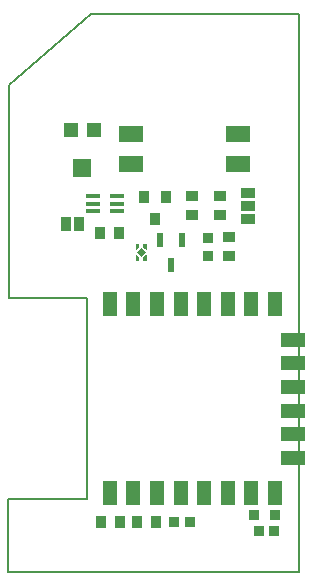
<source format=gbr>
G04 PROTEUS GERBER X2 FILE*
%TF.GenerationSoftware,Labcenter,Proteus,8.16-SP3-Build36097*%
%TF.CreationDate,2024-09-26T16:34:03+00:00*%
%TF.FileFunction,Paste,Top*%
%TF.FilePolarity,Positive*%
%TF.Part,Single*%
%TF.SameCoordinates,{f118cff8-fadb-4bc5-a17f-1c91f2e22e42}*%
%FSLAX45Y45*%
%MOMM*%
G01*
%TA.AperFunction,Material*%
%ADD121R,1.200000X2.000000*%
%ADD122R,2.000000X1.200000*%
%TA.AperFunction,Material*%
%ADD123R,2.100000X1.450000*%
%TA.AperFunction,Material*%
%ADD124R,0.889000X1.016000*%
%TA.AperFunction,Material*%
%ADD125R,0.990600X0.939800*%
%ADD126R,0.939800X0.990600*%
%ADD127R,0.810000X0.940000*%
%ADD128R,0.889000X0.889000*%
%TA.AperFunction,Material*%
%ADD129R,0.600000X1.250000*%
%TA.AperFunction,Material*%
%ADD130R,0.050000X0.050000*%
%TA.AperFunction,Material*%
%ADD131R,1.200000X1.200000*%
%ADD132R,1.600000X1.500000*%
%TA.AperFunction,Material*%
%ADD133R,0.950000X0.950000*%
%TA.AperFunction,Material*%
%ADD134R,1.150000X0.450000*%
%TA.AperFunction,Material*%
%ADD135R,0.900000X1.300000*%
%ADD136R,1.300000X0.900000*%
%ADD97C,0.025400*%
%TA.AperFunction,Profile*%
%ADD41C,0.177800*%
%TD.AperFunction*%
%TA.AperFunction,Material*%
G36*
X+492000Y+3260000D02*
X+471000Y+3260000D01*
X+471000Y+3282000D01*
X+489000Y+3300000D01*
X+492000Y+3300000D01*
X+492000Y+3260000D01*
G37*
%TD.AperFunction*%
%TA.AperFunction,Material*%
G36*
X+406000Y+3260000D02*
X+427000Y+3260000D01*
X+427000Y+3282000D01*
X+409000Y+3300000D01*
X+406000Y+3300000D01*
X+406000Y+3260000D01*
G37*
%TD.AperFunction*%
%TA.AperFunction,Material*%
G36*
X+492000Y+3390000D02*
X+471000Y+3390000D01*
X+471000Y+3368000D01*
X+489000Y+3350000D01*
X+492000Y+3350000D01*
X+492000Y+3390000D01*
G37*
%TD.AperFunction*%
%TA.AperFunction,Material*%
G36*
X+406000Y+3390000D02*
X+427000Y+3390000D01*
X+427000Y+3368000D01*
X+409000Y+3350000D01*
X+406000Y+3350000D01*
X+406000Y+3390000D01*
G37*
%TD.AperFunction*%
%TA.AperFunction,Material*%
G36*
X+417000Y+3325000D02*
X+449000Y+3357000D01*
X+481000Y+3325000D01*
X+449000Y+3293000D01*
X+417000Y+3325000D01*
G37*
%TD.AperFunction*%
D121*
X+185327Y+1282060D03*
X+385327Y+1282060D03*
X+585327Y+1282060D03*
X+785327Y+1282060D03*
X+985327Y+1282060D03*
X+1185327Y+1282060D03*
X+1385327Y+1282060D03*
X+1585327Y+1282060D03*
D122*
X+1733327Y+1582060D03*
X+1733327Y+1782060D03*
X+1733327Y+1982060D03*
X+1733327Y+2182060D03*
X+1733327Y+2382060D03*
X+1733327Y+2582060D03*
D121*
X+1585327Y+2882060D03*
X+1385327Y+2882060D03*
X+1185327Y+2882060D03*
X+985327Y+2882060D03*
X+785327Y+2882060D03*
X+585327Y+2882060D03*
X+385327Y+2882060D03*
X+185327Y+2882060D03*
D123*
X+363000Y+4321000D03*
X+363000Y+4067000D03*
X+1273000Y+4067000D03*
X+1273000Y+4321000D03*
D124*
X+568835Y+3600200D03*
X+662815Y+3790700D03*
X+474855Y+3790700D03*
D125*
X+886000Y+3796000D03*
X+886000Y+3636000D03*
D126*
X+420000Y+1040000D03*
X+580000Y+1040000D03*
X+110000Y+1040000D03*
X+270000Y+1040000D03*
D127*
X+1446000Y+965000D03*
X+1580000Y+965000D03*
D128*
X+1410000Y+1100000D03*
X+1582720Y+1100000D03*
D129*
X+799000Y+3425000D03*
X+609000Y+3425000D03*
X+704000Y+3215000D03*
D126*
X+106000Y+3486000D03*
X+266000Y+3486000D03*
D130*
X+481512Y+3368000D03*
X+416488Y+3368000D03*
X+416488Y+3282000D03*
X+481512Y+3282000D03*
X+449000Y+3325000D03*
D131*
X+54000Y+4357000D03*
D132*
X-46000Y+4033000D03*
D131*
X-146000Y+4357000D03*
D133*
X+1018000Y+3441000D03*
X+1018000Y+3291000D03*
D125*
X+1196696Y+3448000D03*
X+1196696Y+3288000D03*
D134*
X+44000Y+3799000D03*
X+44000Y+3734000D03*
X+44000Y+3669000D03*
X+244000Y+3669000D03*
X+244000Y+3734000D03*
X+244000Y+3799000D03*
D125*
X+1116670Y+3796000D03*
X+1116670Y+3636000D03*
D127*
X+864000Y+1040000D03*
X+730000Y+1040000D03*
D135*
X-184000Y+3560000D03*
X-76000Y+3560000D03*
D136*
X+1354000Y+3824000D03*
X+1354000Y+3715000D03*
X+1354000Y+3606000D03*
D97*
X+492000Y+3260000D02*
X+471000Y+3260000D01*
X+471000Y+3282000D01*
X+489000Y+3300000D01*
X+492000Y+3300000D01*
X+492000Y+3260000D01*
X+406000Y+3260000D02*
X+427000Y+3260000D01*
X+427000Y+3282000D01*
X+409000Y+3300000D01*
X+406000Y+3300000D01*
X+406000Y+3260000D01*
X+492000Y+3390000D02*
X+471000Y+3390000D01*
X+471000Y+3368000D01*
X+489000Y+3350000D01*
X+492000Y+3350000D01*
X+492000Y+3390000D01*
X+406000Y+3390000D02*
X+427000Y+3390000D01*
X+427000Y+3368000D01*
X+409000Y+3350000D01*
X+406000Y+3350000D01*
X+406000Y+3390000D01*
X+417000Y+3325000D02*
X+449000Y+3357000D01*
X+481000Y+3325000D01*
X+449000Y+3293000D01*
X+417000Y+3325000D01*
D41*
X-671603Y+4737000D02*
X-671603Y+2937000D01*
X-5970Y+2937000D01*
X-5970Y+1236000D01*
X-672000Y+1236000D01*
X-672000Y+616000D01*
X+1788988Y+616000D01*
X+1788988Y+5337000D01*
X+28182Y+5337000D01*
X-671603Y+4737000D01*
M02*

</source>
